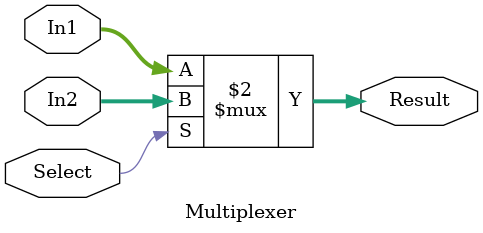
<source format=v>
module Multiplexer ( input [15:0] In1,
                     input [15:0] In2,
                     input Select,
                     output [15:0] Result );

    assign Result = ( Select == 1'b0 ) ? In1 : In2;

endmodule

</source>
